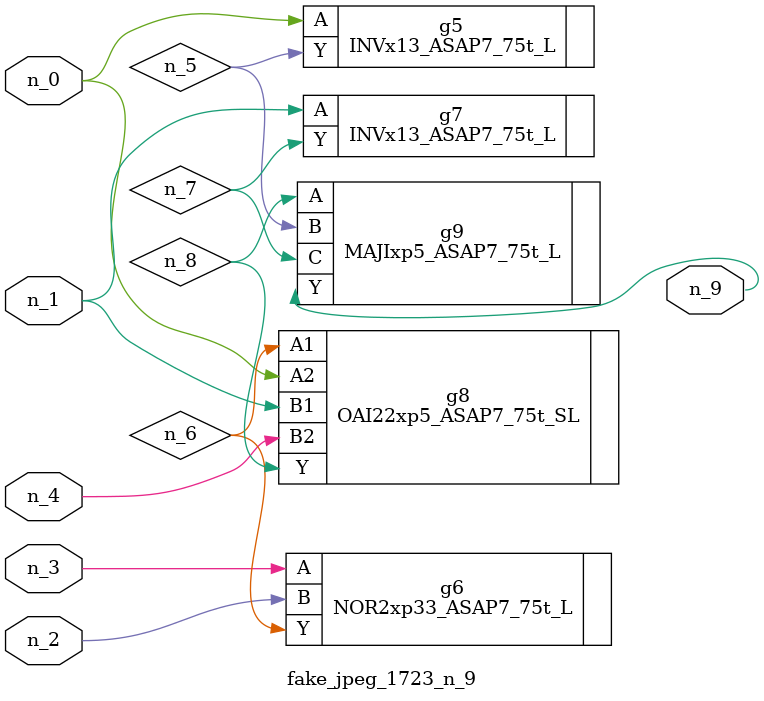
<source format=v>
module fake_jpeg_1723_n_9 (n_3, n_2, n_1, n_0, n_4, n_9);

input n_3;
input n_2;
input n_1;
input n_0;
input n_4;

output n_9;

wire n_8;
wire n_6;
wire n_5;
wire n_7;

INVx13_ASAP7_75t_L g5 ( 
.A(n_0),
.Y(n_5)
);

NOR2xp33_ASAP7_75t_L g6 ( 
.A(n_3),
.B(n_2),
.Y(n_6)
);

INVx13_ASAP7_75t_L g7 ( 
.A(n_1),
.Y(n_7)
);

OAI22xp5_ASAP7_75t_SL g8 ( 
.A1(n_6),
.A2(n_0),
.B1(n_1),
.B2(n_4),
.Y(n_8)
);

MAJIxp5_ASAP7_75t_L g9 ( 
.A(n_8),
.B(n_5),
.C(n_7),
.Y(n_9)
);


endmodule
</source>
